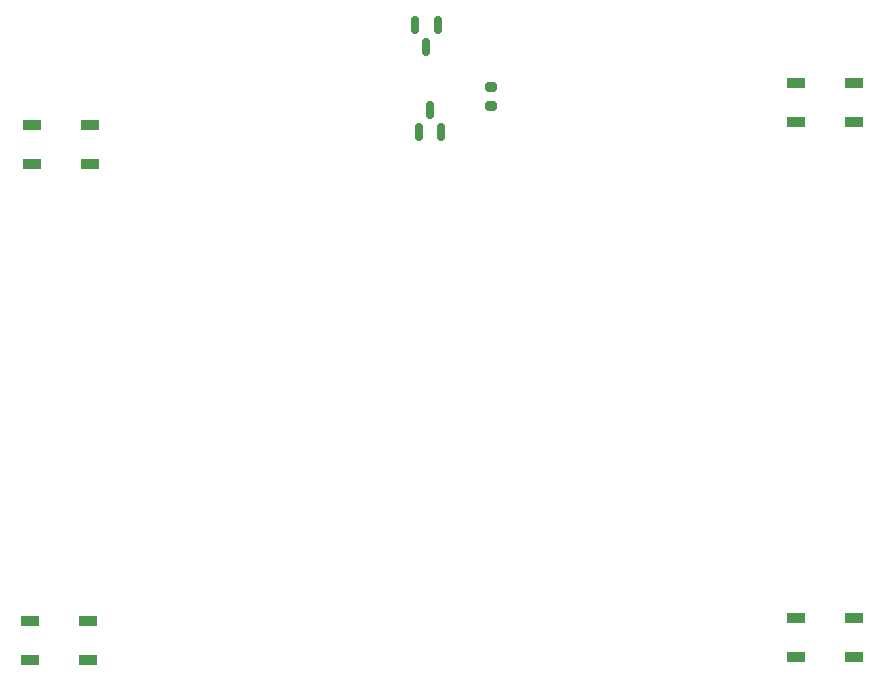
<source format=gbp>
G04 #@! TF.GenerationSoftware,KiCad,Pcbnew,8.0.7-8.0.7-0~ubuntu22.04.1*
G04 #@! TF.CreationDate,2025-02-05T23:47:26-05:00*
G04 #@! TF.ProjectId,SHERPENT20250113,53484552-5045-44e5-9432-303235303131,rev?*
G04 #@! TF.SameCoordinates,Original*
G04 #@! TF.FileFunction,Paste,Bot*
G04 #@! TF.FilePolarity,Positive*
%FSLAX46Y46*%
G04 Gerber Fmt 4.6, Leading zero omitted, Abs format (unit mm)*
G04 Created by KiCad (PCBNEW 8.0.7-8.0.7-0~ubuntu22.04.1) date 2025-02-05 23:47:26*
%MOMM*%
%LPD*%
G01*
G04 APERTURE LIST*
G04 Aperture macros list*
%AMRoundRect*
0 Rectangle with rounded corners*
0 $1 Rounding radius*
0 $2 $3 $4 $5 $6 $7 $8 $9 X,Y pos of 4 corners*
0 Add a 4 corners polygon primitive as box body*
4,1,4,$2,$3,$4,$5,$6,$7,$8,$9,$2,$3,0*
0 Add four circle primitives for the rounded corners*
1,1,$1+$1,$2,$3*
1,1,$1+$1,$4,$5*
1,1,$1+$1,$6,$7*
1,1,$1+$1,$8,$9*
0 Add four rect primitives between the rounded corners*
20,1,$1+$1,$2,$3,$4,$5,0*
20,1,$1+$1,$4,$5,$6,$7,0*
20,1,$1+$1,$6,$7,$8,$9,0*
20,1,$1+$1,$8,$9,$2,$3,0*%
G04 Aperture macros list end*
%ADD10RoundRect,0.150000X0.150000X-0.587500X0.150000X0.587500X-0.150000X0.587500X-0.150000X-0.587500X0*%
%ADD11RoundRect,0.200000X-0.275000X0.200000X-0.275000X-0.200000X0.275000X-0.200000X0.275000X0.200000X0*%
%ADD12RoundRect,0.090000X0.660000X0.360000X-0.660000X0.360000X-0.660000X-0.360000X0.660000X-0.360000X0*%
%ADD13RoundRect,0.150000X-0.150000X0.587500X-0.150000X-0.587500X0.150000X-0.587500X0.150000X0.587500X0*%
%ADD14RoundRect,0.090000X-0.660000X-0.360000X0.660000X-0.360000X0.660000X0.360000X-0.660000X0.360000X0*%
G04 APERTURE END LIST*
D10*
X170250000Y-80837500D03*
X168350000Y-80837500D03*
X169300000Y-78962500D03*
D11*
X174500000Y-77000000D03*
X174500000Y-78650000D03*
D12*
X205242400Y-121975000D03*
X205242400Y-125275000D03*
X200342400Y-125275000D03*
X200342400Y-121975000D03*
D13*
X168050000Y-71762500D03*
X169950000Y-71762500D03*
X169000000Y-73637500D03*
D12*
X140340000Y-122265000D03*
X140340000Y-125565000D03*
X135440000Y-125565000D03*
X135440000Y-122265000D03*
D14*
X200342400Y-79998200D03*
X200342400Y-76698200D03*
X205242400Y-76698200D03*
X205242400Y-79998200D03*
X135600000Y-83500000D03*
X135600000Y-80200000D03*
X140500000Y-80200000D03*
X140500000Y-83500000D03*
M02*

</source>
